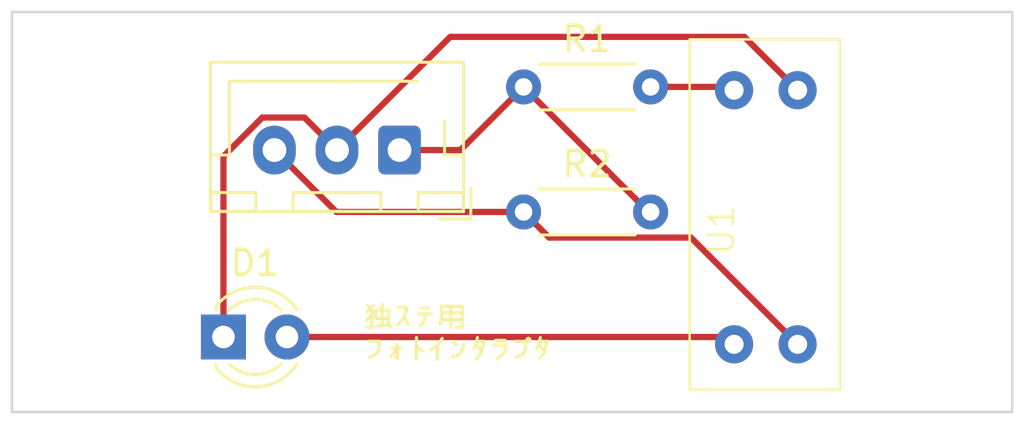
<source format=kicad_pcb>
(kicad_pcb (version 20221018) (generator pcbnew)
  (layers (0 "F.Cu" jumper) (31 "B.Cu" signal) (34 "B.Paste" user) (35 "F.Paste" user) (36 "B.SilkS" user "B.Silkscreen") (37 "F.SilkS" user "F.Silkscreen") (38 "B.Mask" user) (39 "F.Mask" user) (44 "Edge.Cuts" user))
  (net 0 "")
  (net 1 "GND")
  (net 2 "Net-(D1-A)")
  (net 3 "+5V")
  (net 4 "Net-(U1-A)")
  (net 5 "OUT")
  (footprint "Library:TLP806" (layer "F.Cu") (at 140.1 84.1)
    (fp_text reference "U1" (at 1.27 7.62 90 unlocked) (layer "F.SilkS") (effects (font (thickness 0.1))))
    (fp_text value "~")
    (fp_rect (start 0 0) (end 6 14) (stroke (width 0.1)) (fill none) (layer "F.SilkS"))
    (pad "1" thru_hole circle (at 1.778 2.032) (size 1.524 1.524) (drill 0.762) (layers "*.Cu" "*.Mask") (net 4 "Net-(U1-A)"))
    (pad "2" thru_hole circle (at 4.318 2.032) (size 1.524 1.524) (drill 0.762) (layers "*.Cu" "*.Mask") (net 1 "GND"))
    (pad "3" thru_hole circle (at 4.318 12.192) (size 1.524 1.524) (drill 0.762) (layers "*.Cu" "*.Mask") (net 5 "OUT"))
    (pad "4" thru_hole circle (at 1.778 12.192) (size 1.524 1.524) (drill 0.762) (layers "*.Cu" "*.Mask") (net 2 "Net-(D1-A)"))
  )
  (footprint "Resistor_THT:R_Axial_DIN0204_L3.6mm_D1.6mm_P5.08mm_Horizontal" (layer "F.Cu") (at 133.46 91)
    (fp_text reference "R2" (at 2.54 -1.92) (layer "F.SilkS"))
    (fp_text value "10k")
    (fp_line (start 0.62 -0.92) (end 4.46 -0.92) (stroke (width 0.12)) (layer "F.SilkS"))
    (fp_line (start 0.62 0.92) (end 4.46 0.92) (stroke (width 0.12)) (layer "F.SilkS"))
    (pad "1" thru_hole circle (at 0 0) (size 1.4 1.4) (drill 0.7) (layers "*.Cu" "*.Mask") (net 5 "OUT"))
    (pad "2" thru_hole oval (at 5.08 0) (size 1.4 1.4) (drill 0.7) (layers "*.Cu" "*.Mask") (net 3 "+5V"))
  )
  (footprint "MountingHole:MountingHole_3.2mm_M3" (layer "F.Cu") (at 116 96)
    (fp_text reference "REF**" hide)
    (fp_text value "MountingHole_3.2mm_M3" hide)
    (pad "" np_thru_hole circle (at 0 0) (size 3.2 3.2) (drill 3.2) (layers "*.Cu" "*.Mask"))
  )
  (footprint "Connector_JST:JST_XH_B3B-XH-AM_1x03_P2.50mm_Vertical" (layer "F.Cu") (at 128.5 88.525 180)
    (fp_text reference "J1" hide)
    (fp_text value "Conn_01x03_Socket" hide)
    (fp_line (start -2.85 -2.75) (end -2.85 -1.5) (stroke (width 0.12)) (layer "F.SilkS"))
    (fp_line (start -2.56 -2.46) (end -2.56 3.51) (stroke (width 0.12)) (layer "F.SilkS"))
    (fp_line (start -2.56 3.51) (end 7.56 3.51) (stroke (width 0.12)) (layer "F.SilkS"))
    (fp_line (start -2.55 -2.45) (end -2.55 -1.7) (stroke (width 0.12)) (layer "F.SilkS"))
    (fp_line (start -2.55 -1.7) (end -0.75 -1.7) (stroke (width 0.12)) (layer "F.SilkS"))
    (fp_line (start -2.55 -0.2) (end -1.8 -0.2) (stroke (width 0.12)) (layer "F.SilkS"))
    (fp_line (start -1.8 -0.2) (end -1.8 1.14) (stroke (width 0.12)) (layer "F.SilkS"))
    (fp_line (start -1.6 -2.75) (end -2.85 -2.75) (stroke (width 0.12)) (layer "F.SilkS"))
    (fp_line (start -0.75 -2.45) (end -2.55 -2.45) (stroke (width 0.12)) (layer "F.SilkS"))
    (fp_line (start -0.75 -1.7) (end -0.75 -2.45) (stroke (width 0.12)) (layer "F.SilkS"))
    (fp_line (start 0.75 -2.45) (end 0.75 -1.7) (stroke (width 0.12)) (layer "F.SilkS"))
    (fp_line (start 0.75 -1.7) (end 4.25 -1.7) (stroke (width 0.12)) (layer "F.SilkS"))
    (fp_line (start 2.5 2.75) (end -0.74 2.75) (stroke (width 0.12)) (layer "F.SilkS"))
    (fp_line (start 4.25 -2.45) (end 0.75 -2.45) (stroke (width 0.12)) (layer "F.SilkS"))
    (fp_line (start 4.25 -1.7) (end 4.25 -2.45) (stroke (width 0.12)) (layer "F.SilkS"))
    (fp_line (start 5.75 -2.45) (end 5.75 -1.7) (stroke (width 0.12)) (layer "F.SilkS"))
    (fp_line (start 5.75 -1.7) (end 7.55 -1.7) (stroke (width 0.12)) (layer "F.SilkS"))
    (fp_line (start 6.8 -0.2) (end 6.8 2.75) (stroke (width 0.12)) (layer "F.SilkS"))
    (fp_line (start 6.8 2.75) (end 2.5 2.75) (stroke (width 0.12)) (layer "F.SilkS"))
    (fp_line (start 7.55 -2.45) (end 5.75 -2.45) (stroke (width 0.12)) (layer "F.SilkS"))
    (fp_line (start 7.55 -1.7) (end 7.55 -2.45) (stroke (width 0.12)) (layer "F.SilkS"))
    (fp_line (start 7.55 -0.2) (end 6.8 -0.2) (stroke (width 0.12)) (layer "F.SilkS"))
    (fp_line (start 7.56 -2.46) (end -2.56 -2.46) (stroke (width 0.12)) (layer "F.SilkS"))
    (fp_line (start 7.56 3.51) (end 7.56 -2.46) (stroke (width 0.12)) (layer "F.SilkS"))
    (pad "" np_thru_hole circle (at -1.6 2 180) (size 1.2 1.2) (drill 1.2) (layers "*.Cu" "*.Mask"))
    (pad "1" thru_hole roundrect (at 0 0 180) (size 1.7 1.95) (drill 0.95) (layers "*.Cu" "*.Mask") (roundrect_rratio 0.1470588235) (net 3 "+5V"))
    (pad "2" thru_hole oval (at 2.5 0 180) (size 1.7 1.95) (drill 0.95) (layers "*.Cu" "*.Mask") (net 1 "GND"))
    (pad "3" thru_hole oval (at 5 0 180) (size 1.7 1.95) (drill 0.95) (layers "*.Cu" "*.Mask") (net 5 "OUT"))
  )
  (footprint "MountingHole:MountingHole_3.2mm_M3" (layer "F.Cu") (at 150 86)
    (fp_text reference "REF**" hide)
    (fp_text value "MountingHole_3.2mm_M3" hide)
    (pad "" np_thru_hole circle (at 0 0) (size 3.2 3.2) (drill 3.2) (layers "*.Cu" "*.Mask"))
  )
  (footprint "MountingHole:MountingHole_3.2mm_M3" (layer "F.Cu") (at 150 96)
    (fp_text reference "REF**" hide)
    (fp_text value "MountingHole_3.2mm_M3" hide)
    (pad "" np_thru_hole circle (at 0 0) (size 3.2 3.2) (drill 3.2) (layers "*.Cu" "*.Mask"))
  )
  (footprint "MountingHole:MountingHole_3.2mm_M3" (layer "F.Cu") (at 116 86)
    (fp_text reference "REF**" hide)
    (fp_text value "MountingHole_3.2mm_M3" hide)
    (pad "" np_thru_hole circle (at 0 0) (size 3.2 3.2) (drill 3.2) (layers "F&B.Cu" "*.Mask"))
  )
  (footprint "Resistor_THT:R_Axial_DIN0204_L3.6mm_D1.6mm_P5.08mm_Horizontal" (layer "F.Cu") (at 133.46 86)
    (fp_text reference "R1" (at 2.54 -1.92) (layer "F.SilkS"))
    (fp_text value "330")
    (fp_line (start 0.62 -0.92) (end 4.46 -0.92) (stroke (width 0.12)) (layer "F.SilkS"))
    (fp_line (start 0.62 0.92) (end 4.46 0.92) (stroke (width 0.12)) (layer "F.SilkS"))
    (pad "1" thru_hole circle (at 0 0) (size 1.4 1.4) (drill 0.7) (layers "*.Cu" "*.Mask") (net 3 "+5V"))
    (pad "2" thru_hole oval (at 5.08 0) (size 1.4 1.4) (drill 0.7) (layers "*.Cu" "*.Mask") (net 4 "Net-(U1-A)"))
  )
  (footprint "LED_THT:LED_D3.0mm" (layer "F.Cu") (at 121.46 96)
    (fp_text reference "D1" (at 1.27 -2.96) (layer "F.SilkS"))
    (fp_text value "LED")
    (fp_line (start -0.29 -1.236) (end -0.29 -1.08) (stroke (width 0.12)) (layer "F.SilkS"))
    (fp_line (start -0.29 1.08) (end -0.29 1.236) (stroke (width 0.12)) (layer "F.SilkS"))
    (fp_arc (start -0.29 -1.235516) (mid 1.366487 -1.987659) (end 2.942335 -1.078608) (stroke (width 0.12)) (layer "F.SilkS"))
    (fp_arc (start 0.229039 -1.08) (mid 1.270117 -1.5) (end 2.31113 -1.079837) (stroke (width 0.12)) (layer "F.SilkS"))
    (fp_arc (start 2.31113 1.079837) (mid 1.270117 1.5) (end 0.229039 1.08) (stroke (width 0.12)) (layer "F.SilkS"))
    (fp_arc (start 2.942335 1.078608) (mid 1.366487 1.987659) (end -0.29 1.235516) (stroke (width 0.12)) (layer "F.SilkS"))
    (pad "1" thru_hole rect (at 0 0) (size 1.8 1.8) (drill 0.9) (layers "*.Cu" "*.Mask") (net 1 "GND"))
    (pad "2" thru_hole circle (at 2.54 0) (size 1.8 1.8) (drill 0.9) (layers "*.Cu" "*.Mask") (net 2 "Net-(D1-A)"))
  )
  (gr_rect (start 113 83) (end 153 99) (stroke (width 0.1)) (fill none) (layer "Edge.Cuts"))
  (gr_text "独ステ用\nフォトインタラプタ" (at 127 97) (layer "F.SilkS") (effects (font (size 0.8 0.8) (thickness 0.125)) (justify left bottom)))
  (segment (start 123.013299 87.225) (end 121.46 88.778299) (width 0.25) (layer "F.Cu") (net 1))
  (segment (start 130.525 84) (end 126 88.525) (width 0.25) (layer "F.Cu") (net 1))
  (segment (start 124.7 87.225) (end 123.013299 87.225) (width 0.25) (layer "F.Cu") (net 1))
  (segment (start 126 88.525) (end 124.7 87.225) (width 0.25) (layer "F.Cu") (net 1))
  (segment (start 121.46 88.778299) (end 121.46 96) (width 0.25) (layer "F.Cu") (net 1))
  (segment (start 144.418 86.132) (end 142.286 84) (width 0.25) (layer "F.Cu") (net 1))
  (segment (start 142.286 84) (end 130.525 84) (width 0.25) (layer "F.Cu") (net 1))
  (segment (start 141.586 96) (end 141.878 96.292) (width 0.25) (layer "F.Cu") (net 2))
  (segment (start 124 96) (end 141.586 96) (width 0.25) (layer "F.Cu") (net 2))
  (segment (start 128.5 88.525) (end 130.935 88.525) (width 0.25) (layer "F.Cu") (net 3))
  (segment (start 133.46 86) (end 138.46 91) (width 0.25) (layer "F.Cu") (net 3))
  (segment (start 138.46 91) (end 138.54 91) (width 0.25) (layer "F.Cu") (net 3))
  (segment (start 130.935 88.525) (end 133.46 86) (width 0.25) (layer "F.Cu") (net 3))
  (segment (start 138.54 86) (end 141.746 86) (width 0.25) (layer "F.Cu") (net 4))
  (segment (start 141.746 86) (end 141.878 86.132) (width 0.25) (layer "F.Cu") (net 4))
  (segment (start 134.485 92.025) (end 133.46 91) (width 0.25) (layer "F.Cu") (net 5))
  (segment (start 123.5 88.525) (end 125.975 91) (width 0.25) (layer "F.Cu") (net 5))
  (segment (start 140.151 92.025) (end 134.485 92.025) (width 0.25) (layer "F.Cu") (net 5))
  (segment (start 125.975 91) (end 133.46 91) (width 0.25) (layer "F.Cu") (net 5))
  (segment (start 144.418 96.292) (end 140.151 92.025) (width 0.25) (layer "F.Cu") (net 5))
)
</source>
